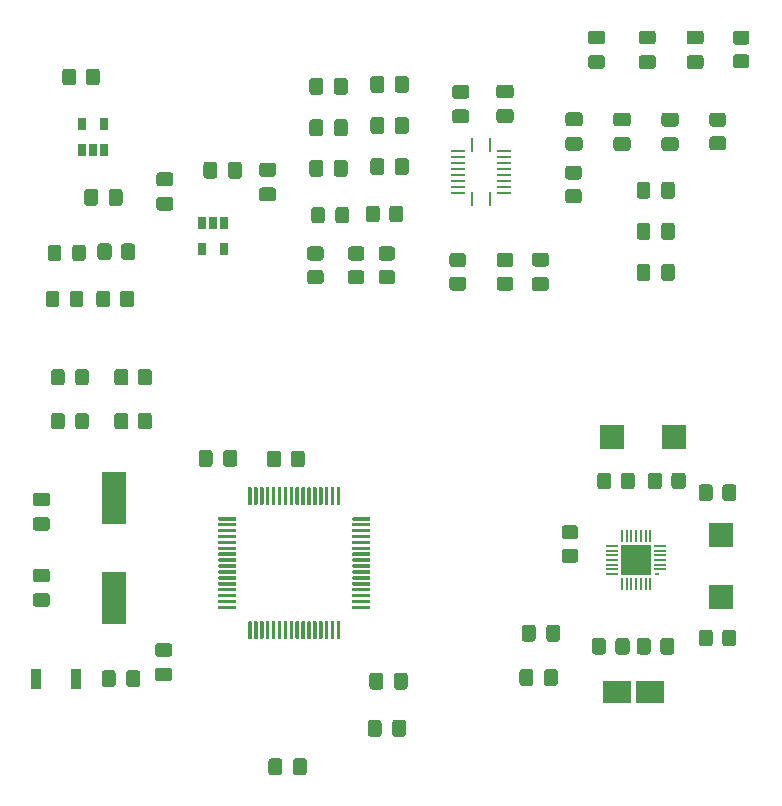
<source format=gbr>
%TF.GenerationSoftware,KiCad,Pcbnew,(5.1.8)-1*%
%TF.CreationDate,2021-02-01T14:36:09-08:00*%
%TF.ProjectId,spl_prototype,73706c5f-7072-46f7-946f-747970652e6b,rev?*%
%TF.SameCoordinates,Original*%
%TF.FileFunction,Paste,Top*%
%TF.FilePolarity,Positive*%
%FSLAX46Y46*%
G04 Gerber Fmt 4.6, Leading zero omitted, Abs format (unit mm)*
G04 Created by KiCad (PCBNEW (5.1.8)-1) date 2021-02-01 14:36:09*
%MOMM*%
%LPD*%
G01*
G04 APERTURE LIST*
%ADD10R,0.650000X1.060000*%
%ADD11R,2.000000X2.000000*%
%ADD12R,0.240000X1.200000*%
%ADD13R,1.200000X0.240000*%
%ADD14R,2.600000X2.600000*%
%ADD15R,1.000000X0.200000*%
%ADD16R,0.200000X1.000000*%
%ADD17R,0.450000X0.200000*%
%ADD18R,0.900000X1.700000*%
%ADD19R,2.000000X4.500000*%
%ADD20R,2.400000X1.950000*%
G04 APERTURE END LIST*
D10*
%TO.C,U8*%
X94550000Y-32100000D03*
X96450000Y-32100000D03*
X96450000Y-34300000D03*
X95500000Y-34300000D03*
X94550000Y-34300000D03*
%TD*%
%TO.C,R22*%
G36*
G01*
X97800000Y-47350001D02*
X97800000Y-46449999D01*
G75*
G02*
X98049999Y-46200000I249999J0D01*
G01*
X98750001Y-46200000D01*
G75*
G02*
X99000000Y-46449999I0J-249999D01*
G01*
X99000000Y-47350001D01*
G75*
G02*
X98750001Y-47600000I-249999J0D01*
G01*
X98049999Y-47600000D01*
G75*
G02*
X97800000Y-47350001I0J249999D01*
G01*
G37*
G36*
G01*
X95800000Y-47350001D02*
X95800000Y-46449999D01*
G75*
G02*
X96049999Y-46200000I249999J0D01*
G01*
X96750001Y-46200000D01*
G75*
G02*
X97000000Y-46449999I0J-249999D01*
G01*
X97000000Y-47350001D01*
G75*
G02*
X96750001Y-47600000I-249999J0D01*
G01*
X96049999Y-47600000D01*
G75*
G02*
X95800000Y-47350001I0J249999D01*
G01*
G37*
%TD*%
%TO.C,R21*%
G36*
G01*
X97900000Y-43350001D02*
X97900000Y-42449999D01*
G75*
G02*
X98149999Y-42200000I249999J0D01*
G01*
X98850001Y-42200000D01*
G75*
G02*
X99100000Y-42449999I0J-249999D01*
G01*
X99100000Y-43350001D01*
G75*
G02*
X98850001Y-43600000I-249999J0D01*
G01*
X98149999Y-43600000D01*
G75*
G02*
X97900000Y-43350001I0J249999D01*
G01*
G37*
G36*
G01*
X95900000Y-43350001D02*
X95900000Y-42449999D01*
G75*
G02*
X96149999Y-42200000I249999J0D01*
G01*
X96850001Y-42200000D01*
G75*
G02*
X97100000Y-42449999I0J-249999D01*
G01*
X97100000Y-43350001D01*
G75*
G02*
X96850001Y-43600000I-249999J0D01*
G01*
X96149999Y-43600000D01*
G75*
G02*
X95900000Y-43350001I0J249999D01*
G01*
G37*
%TD*%
%TO.C,R4*%
G36*
G01*
X94100000Y-27649999D02*
X94100000Y-28550001D01*
G75*
G02*
X93850001Y-28800000I-249999J0D01*
G01*
X93149999Y-28800000D01*
G75*
G02*
X92900000Y-28550001I0J249999D01*
G01*
X92900000Y-27649999D01*
G75*
G02*
X93149999Y-27400000I249999J0D01*
G01*
X93850001Y-27400000D01*
G75*
G02*
X94100000Y-27649999I0J-249999D01*
G01*
G37*
G36*
G01*
X96100000Y-27649999D02*
X96100000Y-28550001D01*
G75*
G02*
X95850001Y-28800000I-249999J0D01*
G01*
X95149999Y-28800000D01*
G75*
G02*
X94900000Y-28550001I0J249999D01*
G01*
X94900000Y-27649999D01*
G75*
G02*
X95149999Y-27400000I249999J0D01*
G01*
X95850001Y-27400000D01*
G75*
G02*
X96100000Y-27649999I0J-249999D01*
G01*
G37*
%TD*%
%TO.C,D5*%
G36*
G01*
X92650000Y-46449999D02*
X92650000Y-47350001D01*
G75*
G02*
X92400001Y-47600000I-249999J0D01*
G01*
X91749999Y-47600000D01*
G75*
G02*
X91500000Y-47350001I0J249999D01*
G01*
X91500000Y-46449999D01*
G75*
G02*
X91749999Y-46200000I249999J0D01*
G01*
X92400001Y-46200000D01*
G75*
G02*
X92650000Y-46449999I0J-249999D01*
G01*
G37*
G36*
G01*
X94700000Y-46449999D02*
X94700000Y-47350001D01*
G75*
G02*
X94450001Y-47600000I-249999J0D01*
G01*
X93799999Y-47600000D01*
G75*
G02*
X93550000Y-47350001I0J249999D01*
G01*
X93550000Y-46449999D01*
G75*
G02*
X93799999Y-46200000I249999J0D01*
G01*
X94450001Y-46200000D01*
G75*
G02*
X94700000Y-46449999I0J-249999D01*
G01*
G37*
%TD*%
%TO.C,D4*%
G36*
G01*
X93750000Y-43450001D02*
X93750000Y-42549999D01*
G75*
G02*
X93999999Y-42300000I249999J0D01*
G01*
X94650001Y-42300000D01*
G75*
G02*
X94900000Y-42549999I0J-249999D01*
G01*
X94900000Y-43450001D01*
G75*
G02*
X94650001Y-43700000I-249999J0D01*
G01*
X93999999Y-43700000D01*
G75*
G02*
X93750000Y-43450001I0J249999D01*
G01*
G37*
G36*
G01*
X91700000Y-43450001D02*
X91700000Y-42549999D01*
G75*
G02*
X91949999Y-42300000I249999J0D01*
G01*
X92600001Y-42300000D01*
G75*
G02*
X92850000Y-42549999I0J-249999D01*
G01*
X92850000Y-43450001D01*
G75*
G02*
X92600001Y-43700000I-249999J0D01*
G01*
X91949999Y-43700000D01*
G75*
G02*
X91700000Y-43450001I0J249999D01*
G01*
G37*
%TD*%
%TO.C,C14*%
G36*
G01*
X110775000Y-36550000D02*
X109825000Y-36550000D01*
G75*
G02*
X109575000Y-36300000I0J250000D01*
G01*
X109575000Y-35625000D01*
G75*
G02*
X109825000Y-35375000I250000J0D01*
G01*
X110775000Y-35375000D01*
G75*
G02*
X111025000Y-35625000I0J-250000D01*
G01*
X111025000Y-36300000D01*
G75*
G02*
X110775000Y-36550000I-250000J0D01*
G01*
G37*
G36*
G01*
X110775000Y-38625000D02*
X109825000Y-38625000D01*
G75*
G02*
X109575000Y-38375000I0J250000D01*
G01*
X109575000Y-37700000D01*
G75*
G02*
X109825000Y-37450000I250000J0D01*
G01*
X110775000Y-37450000D01*
G75*
G02*
X111025000Y-37700000I0J-250000D01*
G01*
X111025000Y-38375000D01*
G75*
G02*
X110775000Y-38625000I-250000J0D01*
G01*
G37*
%TD*%
%TO.C,C13*%
G36*
G01*
X106950000Y-36475000D02*
X106950000Y-35525000D01*
G75*
G02*
X107200000Y-35275000I250000J0D01*
G01*
X107875000Y-35275000D01*
G75*
G02*
X108125000Y-35525000I0J-250000D01*
G01*
X108125000Y-36475000D01*
G75*
G02*
X107875000Y-36725000I-250000J0D01*
G01*
X107200000Y-36725000D01*
G75*
G02*
X106950000Y-36475000I0J250000D01*
G01*
G37*
G36*
G01*
X104875000Y-36475000D02*
X104875000Y-35525000D01*
G75*
G02*
X105125000Y-35275000I250000J0D01*
G01*
X105800000Y-35275000D01*
G75*
G02*
X106050000Y-35525000I0J-250000D01*
G01*
X106050000Y-36475000D01*
G75*
G02*
X105800000Y-36725000I-250000J0D01*
G01*
X105125000Y-36725000D01*
G75*
G02*
X104875000Y-36475000I0J250000D01*
G01*
G37*
%TD*%
%TO.C,C2*%
G36*
G01*
X95950000Y-37825000D02*
X95950000Y-38775000D01*
G75*
G02*
X95700000Y-39025000I-250000J0D01*
G01*
X95025000Y-39025000D01*
G75*
G02*
X94775000Y-38775000I0J250000D01*
G01*
X94775000Y-37825000D01*
G75*
G02*
X95025000Y-37575000I250000J0D01*
G01*
X95700000Y-37575000D01*
G75*
G02*
X95950000Y-37825000I0J-250000D01*
G01*
G37*
G36*
G01*
X98025000Y-37825000D02*
X98025000Y-38775000D01*
G75*
G02*
X97775000Y-39025000I-250000J0D01*
G01*
X97100000Y-39025000D01*
G75*
G02*
X96850000Y-38775000I0J250000D01*
G01*
X96850000Y-37825000D01*
G75*
G02*
X97100000Y-37575000I250000J0D01*
G01*
X97775000Y-37575000D01*
G75*
G02*
X98025000Y-37825000I0J-250000D01*
G01*
G37*
%TD*%
%TO.C,C1*%
G36*
G01*
X102075000Y-37350000D02*
X101125000Y-37350000D01*
G75*
G02*
X100875000Y-37100000I0J250000D01*
G01*
X100875000Y-36425000D01*
G75*
G02*
X101125000Y-36175000I250000J0D01*
G01*
X102075000Y-36175000D01*
G75*
G02*
X102325000Y-36425000I0J-250000D01*
G01*
X102325000Y-37100000D01*
G75*
G02*
X102075000Y-37350000I-250000J0D01*
G01*
G37*
G36*
G01*
X102075000Y-39425000D02*
X101125000Y-39425000D01*
G75*
G02*
X100875000Y-39175000I0J250000D01*
G01*
X100875000Y-38500000D01*
G75*
G02*
X101125000Y-38250000I250000J0D01*
G01*
X102075000Y-38250000D01*
G75*
G02*
X102325000Y-38500000I0J-250000D01*
G01*
X102325000Y-39175000D01*
G75*
G02*
X102075000Y-39425000I-250000J0D01*
G01*
G37*
%TD*%
%TO.C,U2*%
X106650000Y-42700000D03*
X104750000Y-42700000D03*
X104750000Y-40500000D03*
X105700000Y-40500000D03*
X106650000Y-40500000D03*
%TD*%
D11*
%TO.C,U5*%
X148700000Y-72150000D03*
X148700000Y-66850000D03*
%TD*%
%TO.C,U4*%
X139450000Y-58600000D03*
X144750000Y-58600000D03*
%TD*%
D12*
%TO.C,U7*%
X129110000Y-38450000D03*
X127610000Y-38450000D03*
X129110000Y-33850000D03*
X127610000Y-33850000D03*
D13*
X126410000Y-37900000D03*
X130310000Y-37900000D03*
X126410000Y-37400000D03*
X130310000Y-37400000D03*
X126410000Y-36900000D03*
X130310000Y-36900000D03*
X126410000Y-36400000D03*
X130310000Y-36400000D03*
X126410000Y-35900000D03*
X130310000Y-35900000D03*
X126410000Y-35400000D03*
X130310000Y-35400000D03*
X126410000Y-34900000D03*
X130310000Y-34900000D03*
X126410000Y-34400000D03*
X130310000Y-34400000D03*
%TD*%
D14*
%TO.C,U3*%
X141500000Y-69000000D03*
D15*
X139450000Y-70200000D03*
X139450000Y-69800000D03*
X139450000Y-69400000D03*
X139450000Y-69000000D03*
X139450000Y-68600000D03*
X139450000Y-68200000D03*
X139450000Y-67800000D03*
D16*
X140300000Y-66950000D03*
X140700000Y-66950000D03*
X141100000Y-66950000D03*
X141500000Y-66950000D03*
X141900000Y-66950000D03*
X142300000Y-66950000D03*
X142700000Y-66950000D03*
D15*
X143550000Y-67800000D03*
X143550000Y-68200000D03*
X143550000Y-68600000D03*
X143550000Y-69000000D03*
X143550000Y-69400000D03*
X143550000Y-69800000D03*
D17*
X143275000Y-70200000D03*
D16*
X142700000Y-71050000D03*
X142300000Y-71050000D03*
X141900000Y-71050000D03*
X141500000Y-71050000D03*
X141100000Y-71050000D03*
X140700000Y-71050000D03*
X140300000Y-71050000D03*
%TD*%
D18*
%TO.C,SW1*%
X94090000Y-79040000D03*
X90690000Y-79040000D03*
%TD*%
D19*
%TO.C,Y1*%
X97320000Y-72240000D03*
X97320000Y-63740000D03*
%TD*%
D20*
%TO.C,U6*%
X139850000Y-80200000D03*
X142650000Y-80200000D03*
%TD*%
%TO.C,U1*%
G36*
G01*
X108660000Y-64285000D02*
X108660000Y-62885000D01*
G75*
G02*
X108735000Y-62810000I75000J0D01*
G01*
X108885000Y-62810000D01*
G75*
G02*
X108960000Y-62885000I0J-75000D01*
G01*
X108960000Y-64285000D01*
G75*
G02*
X108885000Y-64360000I-75000J0D01*
G01*
X108735000Y-64360000D01*
G75*
G02*
X108660000Y-64285000I0J75000D01*
G01*
G37*
G36*
G01*
X109160000Y-64285000D02*
X109160000Y-62885000D01*
G75*
G02*
X109235000Y-62810000I75000J0D01*
G01*
X109385000Y-62810000D01*
G75*
G02*
X109460000Y-62885000I0J-75000D01*
G01*
X109460000Y-64285000D01*
G75*
G02*
X109385000Y-64360000I-75000J0D01*
G01*
X109235000Y-64360000D01*
G75*
G02*
X109160000Y-64285000I0J75000D01*
G01*
G37*
G36*
G01*
X109660000Y-64285000D02*
X109660000Y-62885000D01*
G75*
G02*
X109735000Y-62810000I75000J0D01*
G01*
X109885000Y-62810000D01*
G75*
G02*
X109960000Y-62885000I0J-75000D01*
G01*
X109960000Y-64285000D01*
G75*
G02*
X109885000Y-64360000I-75000J0D01*
G01*
X109735000Y-64360000D01*
G75*
G02*
X109660000Y-64285000I0J75000D01*
G01*
G37*
G36*
G01*
X110160000Y-64285000D02*
X110160000Y-62885000D01*
G75*
G02*
X110235000Y-62810000I75000J0D01*
G01*
X110385000Y-62810000D01*
G75*
G02*
X110460000Y-62885000I0J-75000D01*
G01*
X110460000Y-64285000D01*
G75*
G02*
X110385000Y-64360000I-75000J0D01*
G01*
X110235000Y-64360000D01*
G75*
G02*
X110160000Y-64285000I0J75000D01*
G01*
G37*
G36*
G01*
X110660000Y-64285000D02*
X110660000Y-62885000D01*
G75*
G02*
X110735000Y-62810000I75000J0D01*
G01*
X110885000Y-62810000D01*
G75*
G02*
X110960000Y-62885000I0J-75000D01*
G01*
X110960000Y-64285000D01*
G75*
G02*
X110885000Y-64360000I-75000J0D01*
G01*
X110735000Y-64360000D01*
G75*
G02*
X110660000Y-64285000I0J75000D01*
G01*
G37*
G36*
G01*
X111160000Y-64285000D02*
X111160000Y-62885000D01*
G75*
G02*
X111235000Y-62810000I75000J0D01*
G01*
X111385000Y-62810000D01*
G75*
G02*
X111460000Y-62885000I0J-75000D01*
G01*
X111460000Y-64285000D01*
G75*
G02*
X111385000Y-64360000I-75000J0D01*
G01*
X111235000Y-64360000D01*
G75*
G02*
X111160000Y-64285000I0J75000D01*
G01*
G37*
G36*
G01*
X111660000Y-64285000D02*
X111660000Y-62885000D01*
G75*
G02*
X111735000Y-62810000I75000J0D01*
G01*
X111885000Y-62810000D01*
G75*
G02*
X111960000Y-62885000I0J-75000D01*
G01*
X111960000Y-64285000D01*
G75*
G02*
X111885000Y-64360000I-75000J0D01*
G01*
X111735000Y-64360000D01*
G75*
G02*
X111660000Y-64285000I0J75000D01*
G01*
G37*
G36*
G01*
X112160000Y-64285000D02*
X112160000Y-62885000D01*
G75*
G02*
X112235000Y-62810000I75000J0D01*
G01*
X112385000Y-62810000D01*
G75*
G02*
X112460000Y-62885000I0J-75000D01*
G01*
X112460000Y-64285000D01*
G75*
G02*
X112385000Y-64360000I-75000J0D01*
G01*
X112235000Y-64360000D01*
G75*
G02*
X112160000Y-64285000I0J75000D01*
G01*
G37*
G36*
G01*
X112660000Y-64285000D02*
X112660000Y-62885000D01*
G75*
G02*
X112735000Y-62810000I75000J0D01*
G01*
X112885000Y-62810000D01*
G75*
G02*
X112960000Y-62885000I0J-75000D01*
G01*
X112960000Y-64285000D01*
G75*
G02*
X112885000Y-64360000I-75000J0D01*
G01*
X112735000Y-64360000D01*
G75*
G02*
X112660000Y-64285000I0J75000D01*
G01*
G37*
G36*
G01*
X113160000Y-64285000D02*
X113160000Y-62885000D01*
G75*
G02*
X113235000Y-62810000I75000J0D01*
G01*
X113385000Y-62810000D01*
G75*
G02*
X113460000Y-62885000I0J-75000D01*
G01*
X113460000Y-64285000D01*
G75*
G02*
X113385000Y-64360000I-75000J0D01*
G01*
X113235000Y-64360000D01*
G75*
G02*
X113160000Y-64285000I0J75000D01*
G01*
G37*
G36*
G01*
X113660000Y-64285000D02*
X113660000Y-62885000D01*
G75*
G02*
X113735000Y-62810000I75000J0D01*
G01*
X113885000Y-62810000D01*
G75*
G02*
X113960000Y-62885000I0J-75000D01*
G01*
X113960000Y-64285000D01*
G75*
G02*
X113885000Y-64360000I-75000J0D01*
G01*
X113735000Y-64360000D01*
G75*
G02*
X113660000Y-64285000I0J75000D01*
G01*
G37*
G36*
G01*
X114160000Y-64285000D02*
X114160000Y-62885000D01*
G75*
G02*
X114235000Y-62810000I75000J0D01*
G01*
X114385000Y-62810000D01*
G75*
G02*
X114460000Y-62885000I0J-75000D01*
G01*
X114460000Y-64285000D01*
G75*
G02*
X114385000Y-64360000I-75000J0D01*
G01*
X114235000Y-64360000D01*
G75*
G02*
X114160000Y-64285000I0J75000D01*
G01*
G37*
G36*
G01*
X114660000Y-64285000D02*
X114660000Y-62885000D01*
G75*
G02*
X114735000Y-62810000I75000J0D01*
G01*
X114885000Y-62810000D01*
G75*
G02*
X114960000Y-62885000I0J-75000D01*
G01*
X114960000Y-64285000D01*
G75*
G02*
X114885000Y-64360000I-75000J0D01*
G01*
X114735000Y-64360000D01*
G75*
G02*
X114660000Y-64285000I0J75000D01*
G01*
G37*
G36*
G01*
X115160000Y-64285000D02*
X115160000Y-62885000D01*
G75*
G02*
X115235000Y-62810000I75000J0D01*
G01*
X115385000Y-62810000D01*
G75*
G02*
X115460000Y-62885000I0J-75000D01*
G01*
X115460000Y-64285000D01*
G75*
G02*
X115385000Y-64360000I-75000J0D01*
G01*
X115235000Y-64360000D01*
G75*
G02*
X115160000Y-64285000I0J75000D01*
G01*
G37*
G36*
G01*
X115660000Y-64285000D02*
X115660000Y-62885000D01*
G75*
G02*
X115735000Y-62810000I75000J0D01*
G01*
X115885000Y-62810000D01*
G75*
G02*
X115960000Y-62885000I0J-75000D01*
G01*
X115960000Y-64285000D01*
G75*
G02*
X115885000Y-64360000I-75000J0D01*
G01*
X115735000Y-64360000D01*
G75*
G02*
X115660000Y-64285000I0J75000D01*
G01*
G37*
G36*
G01*
X116160000Y-64285000D02*
X116160000Y-62885000D01*
G75*
G02*
X116235000Y-62810000I75000J0D01*
G01*
X116385000Y-62810000D01*
G75*
G02*
X116460000Y-62885000I0J-75000D01*
G01*
X116460000Y-64285000D01*
G75*
G02*
X116385000Y-64360000I-75000J0D01*
G01*
X116235000Y-64360000D01*
G75*
G02*
X116160000Y-64285000I0J75000D01*
G01*
G37*
G36*
G01*
X117460000Y-65585000D02*
X117460000Y-65435000D01*
G75*
G02*
X117535000Y-65360000I75000J0D01*
G01*
X118935000Y-65360000D01*
G75*
G02*
X119010000Y-65435000I0J-75000D01*
G01*
X119010000Y-65585000D01*
G75*
G02*
X118935000Y-65660000I-75000J0D01*
G01*
X117535000Y-65660000D01*
G75*
G02*
X117460000Y-65585000I0J75000D01*
G01*
G37*
G36*
G01*
X117460000Y-66085000D02*
X117460000Y-65935000D01*
G75*
G02*
X117535000Y-65860000I75000J0D01*
G01*
X118935000Y-65860000D01*
G75*
G02*
X119010000Y-65935000I0J-75000D01*
G01*
X119010000Y-66085000D01*
G75*
G02*
X118935000Y-66160000I-75000J0D01*
G01*
X117535000Y-66160000D01*
G75*
G02*
X117460000Y-66085000I0J75000D01*
G01*
G37*
G36*
G01*
X117460000Y-66585000D02*
X117460000Y-66435000D01*
G75*
G02*
X117535000Y-66360000I75000J0D01*
G01*
X118935000Y-66360000D01*
G75*
G02*
X119010000Y-66435000I0J-75000D01*
G01*
X119010000Y-66585000D01*
G75*
G02*
X118935000Y-66660000I-75000J0D01*
G01*
X117535000Y-66660000D01*
G75*
G02*
X117460000Y-66585000I0J75000D01*
G01*
G37*
G36*
G01*
X117460000Y-67085000D02*
X117460000Y-66935000D01*
G75*
G02*
X117535000Y-66860000I75000J0D01*
G01*
X118935000Y-66860000D01*
G75*
G02*
X119010000Y-66935000I0J-75000D01*
G01*
X119010000Y-67085000D01*
G75*
G02*
X118935000Y-67160000I-75000J0D01*
G01*
X117535000Y-67160000D01*
G75*
G02*
X117460000Y-67085000I0J75000D01*
G01*
G37*
G36*
G01*
X117460000Y-67585000D02*
X117460000Y-67435000D01*
G75*
G02*
X117535000Y-67360000I75000J0D01*
G01*
X118935000Y-67360000D01*
G75*
G02*
X119010000Y-67435000I0J-75000D01*
G01*
X119010000Y-67585000D01*
G75*
G02*
X118935000Y-67660000I-75000J0D01*
G01*
X117535000Y-67660000D01*
G75*
G02*
X117460000Y-67585000I0J75000D01*
G01*
G37*
G36*
G01*
X117460000Y-68085000D02*
X117460000Y-67935000D01*
G75*
G02*
X117535000Y-67860000I75000J0D01*
G01*
X118935000Y-67860000D01*
G75*
G02*
X119010000Y-67935000I0J-75000D01*
G01*
X119010000Y-68085000D01*
G75*
G02*
X118935000Y-68160000I-75000J0D01*
G01*
X117535000Y-68160000D01*
G75*
G02*
X117460000Y-68085000I0J75000D01*
G01*
G37*
G36*
G01*
X117460000Y-68585000D02*
X117460000Y-68435000D01*
G75*
G02*
X117535000Y-68360000I75000J0D01*
G01*
X118935000Y-68360000D01*
G75*
G02*
X119010000Y-68435000I0J-75000D01*
G01*
X119010000Y-68585000D01*
G75*
G02*
X118935000Y-68660000I-75000J0D01*
G01*
X117535000Y-68660000D01*
G75*
G02*
X117460000Y-68585000I0J75000D01*
G01*
G37*
G36*
G01*
X117460000Y-69085000D02*
X117460000Y-68935000D01*
G75*
G02*
X117535000Y-68860000I75000J0D01*
G01*
X118935000Y-68860000D01*
G75*
G02*
X119010000Y-68935000I0J-75000D01*
G01*
X119010000Y-69085000D01*
G75*
G02*
X118935000Y-69160000I-75000J0D01*
G01*
X117535000Y-69160000D01*
G75*
G02*
X117460000Y-69085000I0J75000D01*
G01*
G37*
G36*
G01*
X117460000Y-69585000D02*
X117460000Y-69435000D01*
G75*
G02*
X117535000Y-69360000I75000J0D01*
G01*
X118935000Y-69360000D01*
G75*
G02*
X119010000Y-69435000I0J-75000D01*
G01*
X119010000Y-69585000D01*
G75*
G02*
X118935000Y-69660000I-75000J0D01*
G01*
X117535000Y-69660000D01*
G75*
G02*
X117460000Y-69585000I0J75000D01*
G01*
G37*
G36*
G01*
X117460000Y-70085000D02*
X117460000Y-69935000D01*
G75*
G02*
X117535000Y-69860000I75000J0D01*
G01*
X118935000Y-69860000D01*
G75*
G02*
X119010000Y-69935000I0J-75000D01*
G01*
X119010000Y-70085000D01*
G75*
G02*
X118935000Y-70160000I-75000J0D01*
G01*
X117535000Y-70160000D01*
G75*
G02*
X117460000Y-70085000I0J75000D01*
G01*
G37*
G36*
G01*
X117460000Y-70585000D02*
X117460000Y-70435000D01*
G75*
G02*
X117535000Y-70360000I75000J0D01*
G01*
X118935000Y-70360000D01*
G75*
G02*
X119010000Y-70435000I0J-75000D01*
G01*
X119010000Y-70585000D01*
G75*
G02*
X118935000Y-70660000I-75000J0D01*
G01*
X117535000Y-70660000D01*
G75*
G02*
X117460000Y-70585000I0J75000D01*
G01*
G37*
G36*
G01*
X117460000Y-71085000D02*
X117460000Y-70935000D01*
G75*
G02*
X117535000Y-70860000I75000J0D01*
G01*
X118935000Y-70860000D01*
G75*
G02*
X119010000Y-70935000I0J-75000D01*
G01*
X119010000Y-71085000D01*
G75*
G02*
X118935000Y-71160000I-75000J0D01*
G01*
X117535000Y-71160000D01*
G75*
G02*
X117460000Y-71085000I0J75000D01*
G01*
G37*
G36*
G01*
X117460000Y-71585000D02*
X117460000Y-71435000D01*
G75*
G02*
X117535000Y-71360000I75000J0D01*
G01*
X118935000Y-71360000D01*
G75*
G02*
X119010000Y-71435000I0J-75000D01*
G01*
X119010000Y-71585000D01*
G75*
G02*
X118935000Y-71660000I-75000J0D01*
G01*
X117535000Y-71660000D01*
G75*
G02*
X117460000Y-71585000I0J75000D01*
G01*
G37*
G36*
G01*
X117460000Y-72085000D02*
X117460000Y-71935000D01*
G75*
G02*
X117535000Y-71860000I75000J0D01*
G01*
X118935000Y-71860000D01*
G75*
G02*
X119010000Y-71935000I0J-75000D01*
G01*
X119010000Y-72085000D01*
G75*
G02*
X118935000Y-72160000I-75000J0D01*
G01*
X117535000Y-72160000D01*
G75*
G02*
X117460000Y-72085000I0J75000D01*
G01*
G37*
G36*
G01*
X117460000Y-72585000D02*
X117460000Y-72435000D01*
G75*
G02*
X117535000Y-72360000I75000J0D01*
G01*
X118935000Y-72360000D01*
G75*
G02*
X119010000Y-72435000I0J-75000D01*
G01*
X119010000Y-72585000D01*
G75*
G02*
X118935000Y-72660000I-75000J0D01*
G01*
X117535000Y-72660000D01*
G75*
G02*
X117460000Y-72585000I0J75000D01*
G01*
G37*
G36*
G01*
X117460000Y-73085000D02*
X117460000Y-72935000D01*
G75*
G02*
X117535000Y-72860000I75000J0D01*
G01*
X118935000Y-72860000D01*
G75*
G02*
X119010000Y-72935000I0J-75000D01*
G01*
X119010000Y-73085000D01*
G75*
G02*
X118935000Y-73160000I-75000J0D01*
G01*
X117535000Y-73160000D01*
G75*
G02*
X117460000Y-73085000I0J75000D01*
G01*
G37*
G36*
G01*
X116160000Y-75635000D02*
X116160000Y-74235000D01*
G75*
G02*
X116235000Y-74160000I75000J0D01*
G01*
X116385000Y-74160000D01*
G75*
G02*
X116460000Y-74235000I0J-75000D01*
G01*
X116460000Y-75635000D01*
G75*
G02*
X116385000Y-75710000I-75000J0D01*
G01*
X116235000Y-75710000D01*
G75*
G02*
X116160000Y-75635000I0J75000D01*
G01*
G37*
G36*
G01*
X115660000Y-75635000D02*
X115660000Y-74235000D01*
G75*
G02*
X115735000Y-74160000I75000J0D01*
G01*
X115885000Y-74160000D01*
G75*
G02*
X115960000Y-74235000I0J-75000D01*
G01*
X115960000Y-75635000D01*
G75*
G02*
X115885000Y-75710000I-75000J0D01*
G01*
X115735000Y-75710000D01*
G75*
G02*
X115660000Y-75635000I0J75000D01*
G01*
G37*
G36*
G01*
X115160000Y-75635000D02*
X115160000Y-74235000D01*
G75*
G02*
X115235000Y-74160000I75000J0D01*
G01*
X115385000Y-74160000D01*
G75*
G02*
X115460000Y-74235000I0J-75000D01*
G01*
X115460000Y-75635000D01*
G75*
G02*
X115385000Y-75710000I-75000J0D01*
G01*
X115235000Y-75710000D01*
G75*
G02*
X115160000Y-75635000I0J75000D01*
G01*
G37*
G36*
G01*
X114660000Y-75635000D02*
X114660000Y-74235000D01*
G75*
G02*
X114735000Y-74160000I75000J0D01*
G01*
X114885000Y-74160000D01*
G75*
G02*
X114960000Y-74235000I0J-75000D01*
G01*
X114960000Y-75635000D01*
G75*
G02*
X114885000Y-75710000I-75000J0D01*
G01*
X114735000Y-75710000D01*
G75*
G02*
X114660000Y-75635000I0J75000D01*
G01*
G37*
G36*
G01*
X114160000Y-75635000D02*
X114160000Y-74235000D01*
G75*
G02*
X114235000Y-74160000I75000J0D01*
G01*
X114385000Y-74160000D01*
G75*
G02*
X114460000Y-74235000I0J-75000D01*
G01*
X114460000Y-75635000D01*
G75*
G02*
X114385000Y-75710000I-75000J0D01*
G01*
X114235000Y-75710000D01*
G75*
G02*
X114160000Y-75635000I0J75000D01*
G01*
G37*
G36*
G01*
X113660000Y-75635000D02*
X113660000Y-74235000D01*
G75*
G02*
X113735000Y-74160000I75000J0D01*
G01*
X113885000Y-74160000D01*
G75*
G02*
X113960000Y-74235000I0J-75000D01*
G01*
X113960000Y-75635000D01*
G75*
G02*
X113885000Y-75710000I-75000J0D01*
G01*
X113735000Y-75710000D01*
G75*
G02*
X113660000Y-75635000I0J75000D01*
G01*
G37*
G36*
G01*
X113160000Y-75635000D02*
X113160000Y-74235000D01*
G75*
G02*
X113235000Y-74160000I75000J0D01*
G01*
X113385000Y-74160000D01*
G75*
G02*
X113460000Y-74235000I0J-75000D01*
G01*
X113460000Y-75635000D01*
G75*
G02*
X113385000Y-75710000I-75000J0D01*
G01*
X113235000Y-75710000D01*
G75*
G02*
X113160000Y-75635000I0J75000D01*
G01*
G37*
G36*
G01*
X112660000Y-75635000D02*
X112660000Y-74235000D01*
G75*
G02*
X112735000Y-74160000I75000J0D01*
G01*
X112885000Y-74160000D01*
G75*
G02*
X112960000Y-74235000I0J-75000D01*
G01*
X112960000Y-75635000D01*
G75*
G02*
X112885000Y-75710000I-75000J0D01*
G01*
X112735000Y-75710000D01*
G75*
G02*
X112660000Y-75635000I0J75000D01*
G01*
G37*
G36*
G01*
X112160000Y-75635000D02*
X112160000Y-74235000D01*
G75*
G02*
X112235000Y-74160000I75000J0D01*
G01*
X112385000Y-74160000D01*
G75*
G02*
X112460000Y-74235000I0J-75000D01*
G01*
X112460000Y-75635000D01*
G75*
G02*
X112385000Y-75710000I-75000J0D01*
G01*
X112235000Y-75710000D01*
G75*
G02*
X112160000Y-75635000I0J75000D01*
G01*
G37*
G36*
G01*
X111660000Y-75635000D02*
X111660000Y-74235000D01*
G75*
G02*
X111735000Y-74160000I75000J0D01*
G01*
X111885000Y-74160000D01*
G75*
G02*
X111960000Y-74235000I0J-75000D01*
G01*
X111960000Y-75635000D01*
G75*
G02*
X111885000Y-75710000I-75000J0D01*
G01*
X111735000Y-75710000D01*
G75*
G02*
X111660000Y-75635000I0J75000D01*
G01*
G37*
G36*
G01*
X111160000Y-75635000D02*
X111160000Y-74235000D01*
G75*
G02*
X111235000Y-74160000I75000J0D01*
G01*
X111385000Y-74160000D01*
G75*
G02*
X111460000Y-74235000I0J-75000D01*
G01*
X111460000Y-75635000D01*
G75*
G02*
X111385000Y-75710000I-75000J0D01*
G01*
X111235000Y-75710000D01*
G75*
G02*
X111160000Y-75635000I0J75000D01*
G01*
G37*
G36*
G01*
X110660000Y-75635000D02*
X110660000Y-74235000D01*
G75*
G02*
X110735000Y-74160000I75000J0D01*
G01*
X110885000Y-74160000D01*
G75*
G02*
X110960000Y-74235000I0J-75000D01*
G01*
X110960000Y-75635000D01*
G75*
G02*
X110885000Y-75710000I-75000J0D01*
G01*
X110735000Y-75710000D01*
G75*
G02*
X110660000Y-75635000I0J75000D01*
G01*
G37*
G36*
G01*
X110160000Y-75635000D02*
X110160000Y-74235000D01*
G75*
G02*
X110235000Y-74160000I75000J0D01*
G01*
X110385000Y-74160000D01*
G75*
G02*
X110460000Y-74235000I0J-75000D01*
G01*
X110460000Y-75635000D01*
G75*
G02*
X110385000Y-75710000I-75000J0D01*
G01*
X110235000Y-75710000D01*
G75*
G02*
X110160000Y-75635000I0J75000D01*
G01*
G37*
G36*
G01*
X109660000Y-75635000D02*
X109660000Y-74235000D01*
G75*
G02*
X109735000Y-74160000I75000J0D01*
G01*
X109885000Y-74160000D01*
G75*
G02*
X109960000Y-74235000I0J-75000D01*
G01*
X109960000Y-75635000D01*
G75*
G02*
X109885000Y-75710000I-75000J0D01*
G01*
X109735000Y-75710000D01*
G75*
G02*
X109660000Y-75635000I0J75000D01*
G01*
G37*
G36*
G01*
X109160000Y-75635000D02*
X109160000Y-74235000D01*
G75*
G02*
X109235000Y-74160000I75000J0D01*
G01*
X109385000Y-74160000D01*
G75*
G02*
X109460000Y-74235000I0J-75000D01*
G01*
X109460000Y-75635000D01*
G75*
G02*
X109385000Y-75710000I-75000J0D01*
G01*
X109235000Y-75710000D01*
G75*
G02*
X109160000Y-75635000I0J75000D01*
G01*
G37*
G36*
G01*
X108660000Y-75635000D02*
X108660000Y-74235000D01*
G75*
G02*
X108735000Y-74160000I75000J0D01*
G01*
X108885000Y-74160000D01*
G75*
G02*
X108960000Y-74235000I0J-75000D01*
G01*
X108960000Y-75635000D01*
G75*
G02*
X108885000Y-75710000I-75000J0D01*
G01*
X108735000Y-75710000D01*
G75*
G02*
X108660000Y-75635000I0J75000D01*
G01*
G37*
G36*
G01*
X106110000Y-73085000D02*
X106110000Y-72935000D01*
G75*
G02*
X106185000Y-72860000I75000J0D01*
G01*
X107585000Y-72860000D01*
G75*
G02*
X107660000Y-72935000I0J-75000D01*
G01*
X107660000Y-73085000D01*
G75*
G02*
X107585000Y-73160000I-75000J0D01*
G01*
X106185000Y-73160000D01*
G75*
G02*
X106110000Y-73085000I0J75000D01*
G01*
G37*
G36*
G01*
X106110000Y-72585000D02*
X106110000Y-72435000D01*
G75*
G02*
X106185000Y-72360000I75000J0D01*
G01*
X107585000Y-72360000D01*
G75*
G02*
X107660000Y-72435000I0J-75000D01*
G01*
X107660000Y-72585000D01*
G75*
G02*
X107585000Y-72660000I-75000J0D01*
G01*
X106185000Y-72660000D01*
G75*
G02*
X106110000Y-72585000I0J75000D01*
G01*
G37*
G36*
G01*
X106110000Y-72085000D02*
X106110000Y-71935000D01*
G75*
G02*
X106185000Y-71860000I75000J0D01*
G01*
X107585000Y-71860000D01*
G75*
G02*
X107660000Y-71935000I0J-75000D01*
G01*
X107660000Y-72085000D01*
G75*
G02*
X107585000Y-72160000I-75000J0D01*
G01*
X106185000Y-72160000D01*
G75*
G02*
X106110000Y-72085000I0J75000D01*
G01*
G37*
G36*
G01*
X106110000Y-71585000D02*
X106110000Y-71435000D01*
G75*
G02*
X106185000Y-71360000I75000J0D01*
G01*
X107585000Y-71360000D01*
G75*
G02*
X107660000Y-71435000I0J-75000D01*
G01*
X107660000Y-71585000D01*
G75*
G02*
X107585000Y-71660000I-75000J0D01*
G01*
X106185000Y-71660000D01*
G75*
G02*
X106110000Y-71585000I0J75000D01*
G01*
G37*
G36*
G01*
X106110000Y-71085000D02*
X106110000Y-70935000D01*
G75*
G02*
X106185000Y-70860000I75000J0D01*
G01*
X107585000Y-70860000D01*
G75*
G02*
X107660000Y-70935000I0J-75000D01*
G01*
X107660000Y-71085000D01*
G75*
G02*
X107585000Y-71160000I-75000J0D01*
G01*
X106185000Y-71160000D01*
G75*
G02*
X106110000Y-71085000I0J75000D01*
G01*
G37*
G36*
G01*
X106110000Y-70585000D02*
X106110000Y-70435000D01*
G75*
G02*
X106185000Y-70360000I75000J0D01*
G01*
X107585000Y-70360000D01*
G75*
G02*
X107660000Y-70435000I0J-75000D01*
G01*
X107660000Y-70585000D01*
G75*
G02*
X107585000Y-70660000I-75000J0D01*
G01*
X106185000Y-70660000D01*
G75*
G02*
X106110000Y-70585000I0J75000D01*
G01*
G37*
G36*
G01*
X106110000Y-70085000D02*
X106110000Y-69935000D01*
G75*
G02*
X106185000Y-69860000I75000J0D01*
G01*
X107585000Y-69860000D01*
G75*
G02*
X107660000Y-69935000I0J-75000D01*
G01*
X107660000Y-70085000D01*
G75*
G02*
X107585000Y-70160000I-75000J0D01*
G01*
X106185000Y-70160000D01*
G75*
G02*
X106110000Y-70085000I0J75000D01*
G01*
G37*
G36*
G01*
X106110000Y-69585000D02*
X106110000Y-69435000D01*
G75*
G02*
X106185000Y-69360000I75000J0D01*
G01*
X107585000Y-69360000D01*
G75*
G02*
X107660000Y-69435000I0J-75000D01*
G01*
X107660000Y-69585000D01*
G75*
G02*
X107585000Y-69660000I-75000J0D01*
G01*
X106185000Y-69660000D01*
G75*
G02*
X106110000Y-69585000I0J75000D01*
G01*
G37*
G36*
G01*
X106110000Y-69085000D02*
X106110000Y-68935000D01*
G75*
G02*
X106185000Y-68860000I75000J0D01*
G01*
X107585000Y-68860000D01*
G75*
G02*
X107660000Y-68935000I0J-75000D01*
G01*
X107660000Y-69085000D01*
G75*
G02*
X107585000Y-69160000I-75000J0D01*
G01*
X106185000Y-69160000D01*
G75*
G02*
X106110000Y-69085000I0J75000D01*
G01*
G37*
G36*
G01*
X106110000Y-68585000D02*
X106110000Y-68435000D01*
G75*
G02*
X106185000Y-68360000I75000J0D01*
G01*
X107585000Y-68360000D01*
G75*
G02*
X107660000Y-68435000I0J-75000D01*
G01*
X107660000Y-68585000D01*
G75*
G02*
X107585000Y-68660000I-75000J0D01*
G01*
X106185000Y-68660000D01*
G75*
G02*
X106110000Y-68585000I0J75000D01*
G01*
G37*
G36*
G01*
X106110000Y-68085000D02*
X106110000Y-67935000D01*
G75*
G02*
X106185000Y-67860000I75000J0D01*
G01*
X107585000Y-67860000D01*
G75*
G02*
X107660000Y-67935000I0J-75000D01*
G01*
X107660000Y-68085000D01*
G75*
G02*
X107585000Y-68160000I-75000J0D01*
G01*
X106185000Y-68160000D01*
G75*
G02*
X106110000Y-68085000I0J75000D01*
G01*
G37*
G36*
G01*
X106110000Y-67585000D02*
X106110000Y-67435000D01*
G75*
G02*
X106185000Y-67360000I75000J0D01*
G01*
X107585000Y-67360000D01*
G75*
G02*
X107660000Y-67435000I0J-75000D01*
G01*
X107660000Y-67585000D01*
G75*
G02*
X107585000Y-67660000I-75000J0D01*
G01*
X106185000Y-67660000D01*
G75*
G02*
X106110000Y-67585000I0J75000D01*
G01*
G37*
G36*
G01*
X106110000Y-67085000D02*
X106110000Y-66935000D01*
G75*
G02*
X106185000Y-66860000I75000J0D01*
G01*
X107585000Y-66860000D01*
G75*
G02*
X107660000Y-66935000I0J-75000D01*
G01*
X107660000Y-67085000D01*
G75*
G02*
X107585000Y-67160000I-75000J0D01*
G01*
X106185000Y-67160000D01*
G75*
G02*
X106110000Y-67085000I0J75000D01*
G01*
G37*
G36*
G01*
X106110000Y-66585000D02*
X106110000Y-66435000D01*
G75*
G02*
X106185000Y-66360000I75000J0D01*
G01*
X107585000Y-66360000D01*
G75*
G02*
X107660000Y-66435000I0J-75000D01*
G01*
X107660000Y-66585000D01*
G75*
G02*
X107585000Y-66660000I-75000J0D01*
G01*
X106185000Y-66660000D01*
G75*
G02*
X106110000Y-66585000I0J75000D01*
G01*
G37*
G36*
G01*
X106110000Y-66085000D02*
X106110000Y-65935000D01*
G75*
G02*
X106185000Y-65860000I75000J0D01*
G01*
X107585000Y-65860000D01*
G75*
G02*
X107660000Y-65935000I0J-75000D01*
G01*
X107660000Y-66085000D01*
G75*
G02*
X107585000Y-66160000I-75000J0D01*
G01*
X106185000Y-66160000D01*
G75*
G02*
X106110000Y-66085000I0J75000D01*
G01*
G37*
G36*
G01*
X106110000Y-65585000D02*
X106110000Y-65435000D01*
G75*
G02*
X106185000Y-65360000I75000J0D01*
G01*
X107585000Y-65360000D01*
G75*
G02*
X107660000Y-65435000I0J-75000D01*
G01*
X107660000Y-65585000D01*
G75*
G02*
X107585000Y-65660000I-75000J0D01*
G01*
X106185000Y-65660000D01*
G75*
G02*
X106110000Y-65585000I0J75000D01*
G01*
G37*
%TD*%
%TO.C,R20*%
G36*
G01*
X119800000Y-39249999D02*
X119800000Y-40150001D01*
G75*
G02*
X119550001Y-40400000I-249999J0D01*
G01*
X118849999Y-40400000D01*
G75*
G02*
X118600000Y-40150001I0J249999D01*
G01*
X118600000Y-39249999D01*
G75*
G02*
X118849999Y-39000000I249999J0D01*
G01*
X119550001Y-39000000D01*
G75*
G02*
X119800000Y-39249999I0J-249999D01*
G01*
G37*
G36*
G01*
X121800000Y-39249999D02*
X121800000Y-40150001D01*
G75*
G02*
X121550001Y-40400000I-249999J0D01*
G01*
X120849999Y-40400000D01*
G75*
G02*
X120600000Y-40150001I0J249999D01*
G01*
X120600000Y-39249999D01*
G75*
G02*
X120849999Y-39000000I249999J0D01*
G01*
X121550001Y-39000000D01*
G75*
G02*
X121800000Y-39249999I0J-249999D01*
G01*
G37*
%TD*%
%TO.C,R19*%
G36*
G01*
X147959999Y-33120000D02*
X148860001Y-33120000D01*
G75*
G02*
X149110000Y-33369999I0J-249999D01*
G01*
X149110000Y-34070001D01*
G75*
G02*
X148860001Y-34320000I-249999J0D01*
G01*
X147959999Y-34320000D01*
G75*
G02*
X147710000Y-34070001I0J249999D01*
G01*
X147710000Y-33369999D01*
G75*
G02*
X147959999Y-33120000I249999J0D01*
G01*
G37*
G36*
G01*
X147959999Y-31120000D02*
X148860001Y-31120000D01*
G75*
G02*
X149110000Y-31369999I0J-249999D01*
G01*
X149110000Y-32070001D01*
G75*
G02*
X148860001Y-32320000I-249999J0D01*
G01*
X147959999Y-32320000D01*
G75*
G02*
X147710000Y-32070001I0J249999D01*
G01*
X147710000Y-31369999D01*
G75*
G02*
X147959999Y-31120000I249999J0D01*
G01*
G37*
%TD*%
%TO.C,R18*%
G36*
G01*
X114800001Y-43650000D02*
X113899999Y-43650000D01*
G75*
G02*
X113650000Y-43400001I0J249999D01*
G01*
X113650000Y-42699999D01*
G75*
G02*
X113899999Y-42450000I249999J0D01*
G01*
X114800001Y-42450000D01*
G75*
G02*
X115050000Y-42699999I0J-249999D01*
G01*
X115050000Y-43400001D01*
G75*
G02*
X114800001Y-43650000I-249999J0D01*
G01*
G37*
G36*
G01*
X114800001Y-45650000D02*
X113899999Y-45650000D01*
G75*
G02*
X113650000Y-45400001I0J249999D01*
G01*
X113650000Y-44699999D01*
G75*
G02*
X113899999Y-44450000I249999J0D01*
G01*
X114800001Y-44450000D01*
G75*
G02*
X115050000Y-44699999I0J-249999D01*
G01*
X115050000Y-45400001D01*
G75*
G02*
X114800001Y-45650000I-249999J0D01*
G01*
G37*
%TD*%
%TO.C,R17*%
G36*
G01*
X119949999Y-44450000D02*
X120850001Y-44450000D01*
G75*
G02*
X121100000Y-44699999I0J-249999D01*
G01*
X121100000Y-45400001D01*
G75*
G02*
X120850001Y-45650000I-249999J0D01*
G01*
X119949999Y-45650000D01*
G75*
G02*
X119700000Y-45400001I0J249999D01*
G01*
X119700000Y-44699999D01*
G75*
G02*
X119949999Y-44450000I249999J0D01*
G01*
G37*
G36*
G01*
X119949999Y-42450000D02*
X120850001Y-42450000D01*
G75*
G02*
X121100000Y-42699999I0J-249999D01*
G01*
X121100000Y-43400001D01*
G75*
G02*
X120850001Y-43650000I-249999J0D01*
G01*
X119949999Y-43650000D01*
G75*
G02*
X119700000Y-43400001I0J249999D01*
G01*
X119700000Y-42699999D01*
G75*
G02*
X119949999Y-42450000I249999J0D01*
G01*
G37*
%TD*%
%TO.C,R16*%
G36*
G01*
X118250001Y-43650000D02*
X117349999Y-43650000D01*
G75*
G02*
X117100000Y-43400001I0J249999D01*
G01*
X117100000Y-42699999D01*
G75*
G02*
X117349999Y-42450000I249999J0D01*
G01*
X118250001Y-42450000D01*
G75*
G02*
X118500000Y-42699999I0J-249999D01*
G01*
X118500000Y-43400001D01*
G75*
G02*
X118250001Y-43650000I-249999J0D01*
G01*
G37*
G36*
G01*
X118250001Y-45650000D02*
X117349999Y-45650000D01*
G75*
G02*
X117100000Y-45400001I0J249999D01*
G01*
X117100000Y-44699999D01*
G75*
G02*
X117349999Y-44450000I249999J0D01*
G01*
X118250001Y-44450000D01*
G75*
G02*
X118500000Y-44699999I0J-249999D01*
G01*
X118500000Y-45400001D01*
G75*
G02*
X118250001Y-45650000I-249999J0D01*
G01*
G37*
%TD*%
%TO.C,R15*%
G36*
G01*
X150850001Y-25370000D02*
X149949999Y-25370000D01*
G75*
G02*
X149700000Y-25120001I0J249999D01*
G01*
X149700000Y-24419999D01*
G75*
G02*
X149949999Y-24170000I249999J0D01*
G01*
X150850001Y-24170000D01*
G75*
G02*
X151100000Y-24419999I0J-249999D01*
G01*
X151100000Y-25120001D01*
G75*
G02*
X150850001Y-25370000I-249999J0D01*
G01*
G37*
G36*
G01*
X150850001Y-27370000D02*
X149949999Y-27370000D01*
G75*
G02*
X149700000Y-27120001I0J249999D01*
G01*
X149700000Y-26419999D01*
G75*
G02*
X149949999Y-26170000I249999J0D01*
G01*
X150850001Y-26170000D01*
G75*
G02*
X151100000Y-26419999I0J-249999D01*
G01*
X151100000Y-27120001D01*
G75*
G02*
X150850001Y-27370000I-249999J0D01*
G01*
G37*
%TD*%
%TO.C,R14*%
G36*
G01*
X125949999Y-45000000D02*
X126850001Y-45000000D01*
G75*
G02*
X127100000Y-45249999I0J-249999D01*
G01*
X127100000Y-45950001D01*
G75*
G02*
X126850001Y-46200000I-249999J0D01*
G01*
X125949999Y-46200000D01*
G75*
G02*
X125700000Y-45950001I0J249999D01*
G01*
X125700000Y-45249999D01*
G75*
G02*
X125949999Y-45000000I249999J0D01*
G01*
G37*
G36*
G01*
X125949999Y-43000000D02*
X126850001Y-43000000D01*
G75*
G02*
X127100000Y-43249999I0J-249999D01*
G01*
X127100000Y-43950001D01*
G75*
G02*
X126850001Y-44200000I-249999J0D01*
G01*
X125949999Y-44200000D01*
G75*
G02*
X125700000Y-43950001I0J249999D01*
G01*
X125700000Y-43249999D01*
G75*
G02*
X125949999Y-43000000I249999J0D01*
G01*
G37*
%TD*%
%TO.C,R13*%
G36*
G01*
X130850001Y-44200000D02*
X129949999Y-44200000D01*
G75*
G02*
X129700000Y-43950001I0J249999D01*
G01*
X129700000Y-43249999D01*
G75*
G02*
X129949999Y-43000000I249999J0D01*
G01*
X130850001Y-43000000D01*
G75*
G02*
X131100000Y-43249999I0J-249999D01*
G01*
X131100000Y-43950001D01*
G75*
G02*
X130850001Y-44200000I-249999J0D01*
G01*
G37*
G36*
G01*
X130850001Y-46200000D02*
X129949999Y-46200000D01*
G75*
G02*
X129700000Y-45950001I0J249999D01*
G01*
X129700000Y-45249999D01*
G75*
G02*
X129949999Y-45000000I249999J0D01*
G01*
X130850001Y-45000000D01*
G75*
G02*
X131100000Y-45249999I0J-249999D01*
G01*
X131100000Y-45950001D01*
G75*
G02*
X130850001Y-46200000I-249999J0D01*
G01*
G37*
%TD*%
%TO.C,R12*%
G36*
G01*
X135749999Y-37600000D02*
X136650001Y-37600000D01*
G75*
G02*
X136900000Y-37849999I0J-249999D01*
G01*
X136900000Y-38550001D01*
G75*
G02*
X136650001Y-38800000I-249999J0D01*
G01*
X135749999Y-38800000D01*
G75*
G02*
X135500000Y-38550001I0J249999D01*
G01*
X135500000Y-37849999D01*
G75*
G02*
X135749999Y-37600000I249999J0D01*
G01*
G37*
G36*
G01*
X135749999Y-35600000D02*
X136650001Y-35600000D01*
G75*
G02*
X136900000Y-35849999I0J-249999D01*
G01*
X136900000Y-36550001D01*
G75*
G02*
X136650001Y-36800000I-249999J0D01*
G01*
X135749999Y-36800000D01*
G75*
G02*
X135500000Y-36550001I0J249999D01*
G01*
X135500000Y-35849999D01*
G75*
G02*
X135749999Y-35600000I249999J0D01*
G01*
G37*
%TD*%
%TO.C,R11*%
G36*
G01*
X143550000Y-76750001D02*
X143550000Y-75849999D01*
G75*
G02*
X143799999Y-75600000I249999J0D01*
G01*
X144500001Y-75600000D01*
G75*
G02*
X144750000Y-75849999I0J-249999D01*
G01*
X144750000Y-76750001D01*
G75*
G02*
X144500001Y-77000000I-249999J0D01*
G01*
X143799999Y-77000000D01*
G75*
G02*
X143550000Y-76750001I0J249999D01*
G01*
G37*
G36*
G01*
X141550000Y-76750001D02*
X141550000Y-75849999D01*
G75*
G02*
X141799999Y-75600000I249999J0D01*
G01*
X142500001Y-75600000D01*
G75*
G02*
X142750000Y-75849999I0J-249999D01*
G01*
X142750000Y-76750001D01*
G75*
G02*
X142500001Y-77000000I-249999J0D01*
G01*
X141799999Y-77000000D01*
G75*
G02*
X141550000Y-76750001I0J249999D01*
G01*
G37*
%TD*%
%TO.C,R10*%
G36*
G01*
X138950000Y-75849999D02*
X138950000Y-76750001D01*
G75*
G02*
X138700001Y-77000000I-249999J0D01*
G01*
X137999999Y-77000000D01*
G75*
G02*
X137750000Y-76750001I0J249999D01*
G01*
X137750000Y-75849999D01*
G75*
G02*
X137999999Y-75600000I249999J0D01*
G01*
X138700001Y-75600000D01*
G75*
G02*
X138950000Y-75849999I0J-249999D01*
G01*
G37*
G36*
G01*
X140950000Y-75849999D02*
X140950000Y-76750001D01*
G75*
G02*
X140700001Y-77000000I-249999J0D01*
G01*
X139999999Y-77000000D01*
G75*
G02*
X139750000Y-76750001I0J249999D01*
G01*
X139750000Y-75849999D01*
G75*
G02*
X139999999Y-75600000I249999J0D01*
G01*
X140700001Y-75600000D01*
G75*
G02*
X140950000Y-75849999I0J-249999D01*
G01*
G37*
%TD*%
%TO.C,R9*%
G36*
G01*
X148000000Y-62849999D02*
X148000000Y-63750001D01*
G75*
G02*
X147750001Y-64000000I-249999J0D01*
G01*
X147049999Y-64000000D01*
G75*
G02*
X146800000Y-63750001I0J249999D01*
G01*
X146800000Y-62849999D01*
G75*
G02*
X147049999Y-62600000I249999J0D01*
G01*
X147750001Y-62600000D01*
G75*
G02*
X148000000Y-62849999I0J-249999D01*
G01*
G37*
G36*
G01*
X150000000Y-62849999D02*
X150000000Y-63750001D01*
G75*
G02*
X149750001Y-64000000I-249999J0D01*
G01*
X149049999Y-64000000D01*
G75*
G02*
X148800000Y-63750001I0J249999D01*
G01*
X148800000Y-62849999D01*
G75*
G02*
X149049999Y-62600000I249999J0D01*
G01*
X149750001Y-62600000D01*
G75*
G02*
X150000000Y-62849999I0J-249999D01*
G01*
G37*
%TD*%
%TO.C,R8*%
G36*
G01*
X148000000Y-75149999D02*
X148000000Y-76050001D01*
G75*
G02*
X147750001Y-76300000I-249999J0D01*
G01*
X147049999Y-76300000D01*
G75*
G02*
X146800000Y-76050001I0J249999D01*
G01*
X146800000Y-75149999D01*
G75*
G02*
X147049999Y-74900000I249999J0D01*
G01*
X147750001Y-74900000D01*
G75*
G02*
X148000000Y-75149999I0J-249999D01*
G01*
G37*
G36*
G01*
X150000000Y-75149999D02*
X150000000Y-76050001D01*
G75*
G02*
X149750001Y-76300000I-249999J0D01*
G01*
X149049999Y-76300000D01*
G75*
G02*
X148800000Y-76050001I0J249999D01*
G01*
X148800000Y-75149999D01*
G75*
G02*
X149049999Y-74900000I249999J0D01*
G01*
X149750001Y-74900000D01*
G75*
G02*
X150000000Y-75149999I0J-249999D01*
G01*
G37*
%TD*%
%TO.C,R7*%
G36*
G01*
X139400000Y-61849999D02*
X139400000Y-62750001D01*
G75*
G02*
X139150001Y-63000000I-249999J0D01*
G01*
X138449999Y-63000000D01*
G75*
G02*
X138200000Y-62750001I0J249999D01*
G01*
X138200000Y-61849999D01*
G75*
G02*
X138449999Y-61600000I249999J0D01*
G01*
X139150001Y-61600000D01*
G75*
G02*
X139400000Y-61849999I0J-249999D01*
G01*
G37*
G36*
G01*
X141400000Y-61849999D02*
X141400000Y-62750001D01*
G75*
G02*
X141150001Y-63000000I-249999J0D01*
G01*
X140449999Y-63000000D01*
G75*
G02*
X140200000Y-62750001I0J249999D01*
G01*
X140200000Y-61849999D01*
G75*
G02*
X140449999Y-61600000I249999J0D01*
G01*
X141150001Y-61600000D01*
G75*
G02*
X141400000Y-61849999I0J-249999D01*
G01*
G37*
%TD*%
%TO.C,R6*%
G36*
G01*
X144500000Y-62750001D02*
X144500000Y-61849999D01*
G75*
G02*
X144749999Y-61600000I249999J0D01*
G01*
X145450001Y-61600000D01*
G75*
G02*
X145700000Y-61849999I0J-249999D01*
G01*
X145700000Y-62750001D01*
G75*
G02*
X145450001Y-63000000I-249999J0D01*
G01*
X144749999Y-63000000D01*
G75*
G02*
X144500000Y-62750001I0J249999D01*
G01*
G37*
G36*
G01*
X142500000Y-62750001D02*
X142500000Y-61849999D01*
G75*
G02*
X142749999Y-61600000I249999J0D01*
G01*
X143450001Y-61600000D01*
G75*
G02*
X143700000Y-61849999I0J-249999D01*
G01*
X143700000Y-62750001D01*
G75*
G02*
X143450001Y-63000000I-249999J0D01*
G01*
X142749999Y-63000000D01*
G75*
G02*
X142500000Y-62750001I0J249999D01*
G01*
G37*
%TD*%
%TO.C,R5*%
G36*
G01*
X136350001Y-67250000D02*
X135449999Y-67250000D01*
G75*
G02*
X135200000Y-67000001I0J249999D01*
G01*
X135200000Y-66299999D01*
G75*
G02*
X135449999Y-66050000I249999J0D01*
G01*
X136350001Y-66050000D01*
G75*
G02*
X136600000Y-66299999I0J-249999D01*
G01*
X136600000Y-67000001D01*
G75*
G02*
X136350001Y-67250000I-249999J0D01*
G01*
G37*
G36*
G01*
X136350001Y-69250000D02*
X135449999Y-69250000D01*
G75*
G02*
X135200000Y-69000001I0J249999D01*
G01*
X135200000Y-68299999D01*
G75*
G02*
X135449999Y-68050000I249999J0D01*
G01*
X136350001Y-68050000D01*
G75*
G02*
X136600000Y-68299999I0J-249999D01*
G01*
X136600000Y-69000001D01*
G75*
G02*
X136350001Y-69250000I-249999J0D01*
G01*
G37*
%TD*%
%TO.C,R3*%
G36*
G01*
X112250000Y-60900001D02*
X112250000Y-59999999D01*
G75*
G02*
X112499999Y-59750000I249999J0D01*
G01*
X113200001Y-59750000D01*
G75*
G02*
X113450000Y-59999999I0J-249999D01*
G01*
X113450000Y-60900001D01*
G75*
G02*
X113200001Y-61150000I-249999J0D01*
G01*
X112499999Y-61150000D01*
G75*
G02*
X112250000Y-60900001I0J249999D01*
G01*
G37*
G36*
G01*
X110250000Y-60900001D02*
X110250000Y-59999999D01*
G75*
G02*
X110499999Y-59750000I249999J0D01*
G01*
X111200001Y-59750000D01*
G75*
G02*
X111450000Y-59999999I0J-249999D01*
G01*
X111450000Y-60900001D01*
G75*
G02*
X111200001Y-61150000I-249999J0D01*
G01*
X110499999Y-61150000D01*
G75*
G02*
X110250000Y-60900001I0J249999D01*
G01*
G37*
%TD*%
%TO.C,R2*%
G36*
G01*
X99320000Y-57690001D02*
X99320000Y-56789999D01*
G75*
G02*
X99569999Y-56540000I249999J0D01*
G01*
X100270001Y-56540000D01*
G75*
G02*
X100520000Y-56789999I0J-249999D01*
G01*
X100520000Y-57690001D01*
G75*
G02*
X100270001Y-57940000I-249999J0D01*
G01*
X99569999Y-57940000D01*
G75*
G02*
X99320000Y-57690001I0J249999D01*
G01*
G37*
G36*
G01*
X97320000Y-57690001D02*
X97320000Y-56789999D01*
G75*
G02*
X97569999Y-56540000I249999J0D01*
G01*
X98270001Y-56540000D01*
G75*
G02*
X98520000Y-56789999I0J-249999D01*
G01*
X98520000Y-57690001D01*
G75*
G02*
X98270001Y-57940000I-249999J0D01*
G01*
X97569999Y-57940000D01*
G75*
G02*
X97320000Y-57690001I0J249999D01*
G01*
G37*
%TD*%
%TO.C,R1*%
G36*
G01*
X99320000Y-53970001D02*
X99320000Y-53069999D01*
G75*
G02*
X99569999Y-52820000I249999J0D01*
G01*
X100270001Y-52820000D01*
G75*
G02*
X100520000Y-53069999I0J-249999D01*
G01*
X100520000Y-53970001D01*
G75*
G02*
X100270001Y-54220000I-249999J0D01*
G01*
X99569999Y-54220000D01*
G75*
G02*
X99320000Y-53970001I0J249999D01*
G01*
G37*
G36*
G01*
X97320000Y-53970001D02*
X97320000Y-53069999D01*
G75*
G02*
X97569999Y-52820000I249999J0D01*
G01*
X98270001Y-52820000D01*
G75*
G02*
X98520000Y-53069999I0J-249999D01*
G01*
X98520000Y-53970001D01*
G75*
G02*
X98270001Y-54220000I-249999J0D01*
G01*
X97569999Y-54220000D01*
G75*
G02*
X97320000Y-53970001I0J249999D01*
G01*
G37*
%TD*%
%TO.C,D3*%
G36*
G01*
X116050000Y-40250001D02*
X116050000Y-39349999D01*
G75*
G02*
X116299999Y-39100000I249999J0D01*
G01*
X116950001Y-39100000D01*
G75*
G02*
X117200000Y-39349999I0J-249999D01*
G01*
X117200000Y-40250001D01*
G75*
G02*
X116950001Y-40500000I-249999J0D01*
G01*
X116299999Y-40500000D01*
G75*
G02*
X116050000Y-40250001I0J249999D01*
G01*
G37*
G36*
G01*
X114000000Y-40250001D02*
X114000000Y-39349999D01*
G75*
G02*
X114249999Y-39100000I249999J0D01*
G01*
X114900001Y-39100000D01*
G75*
G02*
X115150000Y-39349999I0J-249999D01*
G01*
X115150000Y-40250001D01*
G75*
G02*
X114900001Y-40500000I-249999J0D01*
G01*
X114249999Y-40500000D01*
G75*
G02*
X114000000Y-40250001I0J249999D01*
G01*
G37*
%TD*%
%TO.C,D2*%
G36*
G01*
X94020000Y-57690001D02*
X94020000Y-56789999D01*
G75*
G02*
X94269999Y-56540000I249999J0D01*
G01*
X94920001Y-56540000D01*
G75*
G02*
X95170000Y-56789999I0J-249999D01*
G01*
X95170000Y-57690001D01*
G75*
G02*
X94920001Y-57940000I-249999J0D01*
G01*
X94269999Y-57940000D01*
G75*
G02*
X94020000Y-57690001I0J249999D01*
G01*
G37*
G36*
G01*
X91970000Y-57690001D02*
X91970000Y-56789999D01*
G75*
G02*
X92219999Y-56540000I249999J0D01*
G01*
X92870001Y-56540000D01*
G75*
G02*
X93120000Y-56789999I0J-249999D01*
G01*
X93120000Y-57690001D01*
G75*
G02*
X92870001Y-57940000I-249999J0D01*
G01*
X92219999Y-57940000D01*
G75*
G02*
X91970000Y-57690001I0J249999D01*
G01*
G37*
%TD*%
%TO.C,D1*%
G36*
G01*
X94020000Y-53970001D02*
X94020000Y-53069999D01*
G75*
G02*
X94269999Y-52820000I249999J0D01*
G01*
X94920001Y-52820000D01*
G75*
G02*
X95170000Y-53069999I0J-249999D01*
G01*
X95170000Y-53970001D01*
G75*
G02*
X94920001Y-54220000I-249999J0D01*
G01*
X94269999Y-54220000D01*
G75*
G02*
X94020000Y-53970001I0J249999D01*
G01*
G37*
G36*
G01*
X91970000Y-53970001D02*
X91970000Y-53069999D01*
G75*
G02*
X92219999Y-52820000I249999J0D01*
G01*
X92870001Y-52820000D01*
G75*
G02*
X93120000Y-53069999I0J-249999D01*
G01*
X93120000Y-53970001D01*
G75*
G02*
X92870001Y-54220000I-249999J0D01*
G01*
X92219999Y-54220000D01*
G75*
G02*
X91970000Y-53970001I0J249999D01*
G01*
G37*
%TD*%
%TO.C,C35*%
G36*
G01*
X146025000Y-26250000D02*
X146975000Y-26250000D01*
G75*
G02*
X147225000Y-26500000I0J-250000D01*
G01*
X147225000Y-27175000D01*
G75*
G02*
X146975000Y-27425000I-250000J0D01*
G01*
X146025000Y-27425000D01*
G75*
G02*
X145775000Y-27175000I0J250000D01*
G01*
X145775000Y-26500000D01*
G75*
G02*
X146025000Y-26250000I250000J0D01*
G01*
G37*
G36*
G01*
X146025000Y-24175000D02*
X146975000Y-24175000D01*
G75*
G02*
X147225000Y-24425000I0J-250000D01*
G01*
X147225000Y-25100000D01*
G75*
G02*
X146975000Y-25350000I-250000J0D01*
G01*
X146025000Y-25350000D01*
G75*
G02*
X145775000Y-25100000I0J250000D01*
G01*
X145775000Y-24425000D01*
G75*
G02*
X146025000Y-24175000I250000J0D01*
G01*
G37*
%TD*%
%TO.C,C34*%
G36*
G01*
X141975000Y-26250000D02*
X142925000Y-26250000D01*
G75*
G02*
X143175000Y-26500000I0J-250000D01*
G01*
X143175000Y-27175000D01*
G75*
G02*
X142925000Y-27425000I-250000J0D01*
G01*
X141975000Y-27425000D01*
G75*
G02*
X141725000Y-27175000I0J250000D01*
G01*
X141725000Y-26500000D01*
G75*
G02*
X141975000Y-26250000I250000J0D01*
G01*
G37*
G36*
G01*
X141975000Y-24175000D02*
X142925000Y-24175000D01*
G75*
G02*
X143175000Y-24425000I0J-250000D01*
G01*
X143175000Y-25100000D01*
G75*
G02*
X142925000Y-25350000I-250000J0D01*
G01*
X141975000Y-25350000D01*
G75*
G02*
X141725000Y-25100000I0J250000D01*
G01*
X141725000Y-24425000D01*
G75*
G02*
X141975000Y-24175000I250000J0D01*
G01*
G37*
%TD*%
%TO.C,C33*%
G36*
G01*
X137675000Y-26250000D02*
X138625000Y-26250000D01*
G75*
G02*
X138875000Y-26500000I0J-250000D01*
G01*
X138875000Y-27175000D01*
G75*
G02*
X138625000Y-27425000I-250000J0D01*
G01*
X137675000Y-27425000D01*
G75*
G02*
X137425000Y-27175000I0J250000D01*
G01*
X137425000Y-26500000D01*
G75*
G02*
X137675000Y-26250000I250000J0D01*
G01*
G37*
G36*
G01*
X137675000Y-24175000D02*
X138625000Y-24175000D01*
G75*
G02*
X138875000Y-24425000I0J-250000D01*
G01*
X138875000Y-25100000D01*
G75*
G02*
X138625000Y-25350000I-250000J0D01*
G01*
X137675000Y-25350000D01*
G75*
G02*
X137425000Y-25100000I0J250000D01*
G01*
X137425000Y-24425000D01*
G75*
G02*
X137675000Y-24175000I250000J0D01*
G01*
G37*
%TD*%
%TO.C,C32*%
G36*
G01*
X144851666Y-32300000D02*
X143901666Y-32300000D01*
G75*
G02*
X143651666Y-32050000I0J250000D01*
G01*
X143651666Y-31375000D01*
G75*
G02*
X143901666Y-31125000I250000J0D01*
G01*
X144851666Y-31125000D01*
G75*
G02*
X145101666Y-31375000I0J-250000D01*
G01*
X145101666Y-32050000D01*
G75*
G02*
X144851666Y-32300000I-250000J0D01*
G01*
G37*
G36*
G01*
X144851666Y-34375000D02*
X143901666Y-34375000D01*
G75*
G02*
X143651666Y-34125000I0J250000D01*
G01*
X143651666Y-33450000D01*
G75*
G02*
X143901666Y-33200000I250000J0D01*
G01*
X144851666Y-33200000D01*
G75*
G02*
X145101666Y-33450000I0J-250000D01*
G01*
X145101666Y-34125000D01*
G75*
G02*
X144851666Y-34375000I-250000J0D01*
G01*
G37*
%TD*%
%TO.C,C31*%
G36*
G01*
X140788333Y-32290000D02*
X139838333Y-32290000D01*
G75*
G02*
X139588333Y-32040000I0J250000D01*
G01*
X139588333Y-31365000D01*
G75*
G02*
X139838333Y-31115000I250000J0D01*
G01*
X140788333Y-31115000D01*
G75*
G02*
X141038333Y-31365000I0J-250000D01*
G01*
X141038333Y-32040000D01*
G75*
G02*
X140788333Y-32290000I-250000J0D01*
G01*
G37*
G36*
G01*
X140788333Y-34365000D02*
X139838333Y-34365000D01*
G75*
G02*
X139588333Y-34115000I0J250000D01*
G01*
X139588333Y-33440000D01*
G75*
G02*
X139838333Y-33190000I250000J0D01*
G01*
X140788333Y-33190000D01*
G75*
G02*
X141038333Y-33440000I0J-250000D01*
G01*
X141038333Y-34115000D01*
G75*
G02*
X140788333Y-34365000I-250000J0D01*
G01*
G37*
%TD*%
%TO.C,C30*%
G36*
G01*
X136725000Y-32280000D02*
X135775000Y-32280000D01*
G75*
G02*
X135525000Y-32030000I0J250000D01*
G01*
X135525000Y-31355000D01*
G75*
G02*
X135775000Y-31105000I250000J0D01*
G01*
X136725000Y-31105000D01*
G75*
G02*
X136975000Y-31355000I0J-250000D01*
G01*
X136975000Y-32030000D01*
G75*
G02*
X136725000Y-32280000I-250000J0D01*
G01*
G37*
G36*
G01*
X136725000Y-34355000D02*
X135775000Y-34355000D01*
G75*
G02*
X135525000Y-34105000I0J250000D01*
G01*
X135525000Y-33430000D01*
G75*
G02*
X135775000Y-33180000I250000J0D01*
G01*
X136725000Y-33180000D01*
G75*
G02*
X136975000Y-33430000I0J-250000D01*
G01*
X136975000Y-34105000D01*
G75*
G02*
X136725000Y-34355000I-250000J0D01*
G01*
G37*
%TD*%
%TO.C,C29*%
G36*
G01*
X132925000Y-45050000D02*
X133875000Y-45050000D01*
G75*
G02*
X134125000Y-45300000I0J-250000D01*
G01*
X134125000Y-45975000D01*
G75*
G02*
X133875000Y-46225000I-250000J0D01*
G01*
X132925000Y-46225000D01*
G75*
G02*
X132675000Y-45975000I0J250000D01*
G01*
X132675000Y-45300000D01*
G75*
G02*
X132925000Y-45050000I250000J0D01*
G01*
G37*
G36*
G01*
X132925000Y-42975000D02*
X133875000Y-42975000D01*
G75*
G02*
X134125000Y-43225000I0J-250000D01*
G01*
X134125000Y-43900000D01*
G75*
G02*
X133875000Y-44150000I-250000J0D01*
G01*
X132925000Y-44150000D01*
G75*
G02*
X132675000Y-43900000I0J250000D01*
G01*
X132675000Y-43225000D01*
G75*
G02*
X132925000Y-42975000I250000J0D01*
G01*
G37*
%TD*%
%TO.C,C28*%
G36*
G01*
X143620000Y-45125000D02*
X143620000Y-44175000D01*
G75*
G02*
X143870000Y-43925000I250000J0D01*
G01*
X144545000Y-43925000D01*
G75*
G02*
X144795000Y-44175000I0J-250000D01*
G01*
X144795000Y-45125000D01*
G75*
G02*
X144545000Y-45375000I-250000J0D01*
G01*
X143870000Y-45375000D01*
G75*
G02*
X143620000Y-45125000I0J250000D01*
G01*
G37*
G36*
G01*
X141545000Y-45125000D02*
X141545000Y-44175000D01*
G75*
G02*
X141795000Y-43925000I250000J0D01*
G01*
X142470000Y-43925000D01*
G75*
G02*
X142720000Y-44175000I0J-250000D01*
G01*
X142720000Y-45125000D01*
G75*
G02*
X142470000Y-45375000I-250000J0D01*
G01*
X141795000Y-45375000D01*
G75*
G02*
X141545000Y-45125000I0J250000D01*
G01*
G37*
%TD*%
%TO.C,C27*%
G36*
G01*
X143620000Y-41647000D02*
X143620000Y-40697000D01*
G75*
G02*
X143870000Y-40447000I250000J0D01*
G01*
X144545000Y-40447000D01*
G75*
G02*
X144795000Y-40697000I0J-250000D01*
G01*
X144795000Y-41647000D01*
G75*
G02*
X144545000Y-41897000I-250000J0D01*
G01*
X143870000Y-41897000D01*
G75*
G02*
X143620000Y-41647000I0J250000D01*
G01*
G37*
G36*
G01*
X141545000Y-41647000D02*
X141545000Y-40697000D01*
G75*
G02*
X141795000Y-40447000I250000J0D01*
G01*
X142470000Y-40447000D01*
G75*
G02*
X142720000Y-40697000I0J-250000D01*
G01*
X142720000Y-41647000D01*
G75*
G02*
X142470000Y-41897000I-250000J0D01*
G01*
X141795000Y-41897000D01*
G75*
G02*
X141545000Y-41647000I0J250000D01*
G01*
G37*
%TD*%
%TO.C,C26*%
G36*
G01*
X143620000Y-38169000D02*
X143620000Y-37219000D01*
G75*
G02*
X143870000Y-36969000I250000J0D01*
G01*
X144545000Y-36969000D01*
G75*
G02*
X144795000Y-37219000I0J-250000D01*
G01*
X144795000Y-38169000D01*
G75*
G02*
X144545000Y-38419000I-250000J0D01*
G01*
X143870000Y-38419000D01*
G75*
G02*
X143620000Y-38169000I0J250000D01*
G01*
G37*
G36*
G01*
X141545000Y-38169000D02*
X141545000Y-37219000D01*
G75*
G02*
X141795000Y-36969000I250000J0D01*
G01*
X142470000Y-36969000D01*
G75*
G02*
X142720000Y-37219000I0J-250000D01*
G01*
X142720000Y-38169000D01*
G75*
G02*
X142470000Y-38419000I-250000J0D01*
G01*
X141795000Y-38419000D01*
G75*
G02*
X141545000Y-38169000I0J250000D01*
G01*
G37*
%TD*%
%TO.C,C25*%
G36*
G01*
X120180000Y-28259000D02*
X120180000Y-29209000D01*
G75*
G02*
X119930000Y-29459000I-250000J0D01*
G01*
X119255000Y-29459000D01*
G75*
G02*
X119005000Y-29209000I0J250000D01*
G01*
X119005000Y-28259000D01*
G75*
G02*
X119255000Y-28009000I250000J0D01*
G01*
X119930000Y-28009000D01*
G75*
G02*
X120180000Y-28259000I0J-250000D01*
G01*
G37*
G36*
G01*
X122255000Y-28259000D02*
X122255000Y-29209000D01*
G75*
G02*
X122005000Y-29459000I-250000J0D01*
G01*
X121330000Y-29459000D01*
G75*
G02*
X121080000Y-29209000I0J250000D01*
G01*
X121080000Y-28259000D01*
G75*
G02*
X121330000Y-28009000I250000J0D01*
G01*
X122005000Y-28009000D01*
G75*
G02*
X122255000Y-28259000I0J-250000D01*
G01*
G37*
%TD*%
%TO.C,C24*%
G36*
G01*
X120180000Y-31737000D02*
X120180000Y-32687000D01*
G75*
G02*
X119930000Y-32937000I-250000J0D01*
G01*
X119255000Y-32937000D01*
G75*
G02*
X119005000Y-32687000I0J250000D01*
G01*
X119005000Y-31737000D01*
G75*
G02*
X119255000Y-31487000I250000J0D01*
G01*
X119930000Y-31487000D01*
G75*
G02*
X120180000Y-31737000I0J-250000D01*
G01*
G37*
G36*
G01*
X122255000Y-31737000D02*
X122255000Y-32687000D01*
G75*
G02*
X122005000Y-32937000I-250000J0D01*
G01*
X121330000Y-32937000D01*
G75*
G02*
X121080000Y-32687000I0J250000D01*
G01*
X121080000Y-31737000D01*
G75*
G02*
X121330000Y-31487000I250000J0D01*
G01*
X122005000Y-31487000D01*
G75*
G02*
X122255000Y-31737000I0J-250000D01*
G01*
G37*
%TD*%
%TO.C,C23*%
G36*
G01*
X120180000Y-35215000D02*
X120180000Y-36165000D01*
G75*
G02*
X119930000Y-36415000I-250000J0D01*
G01*
X119255000Y-36415000D01*
G75*
G02*
X119005000Y-36165000I0J250000D01*
G01*
X119005000Y-35215000D01*
G75*
G02*
X119255000Y-34965000I250000J0D01*
G01*
X119930000Y-34965000D01*
G75*
G02*
X120180000Y-35215000I0J-250000D01*
G01*
G37*
G36*
G01*
X122255000Y-35215000D02*
X122255000Y-36165000D01*
G75*
G02*
X122005000Y-36415000I-250000J0D01*
G01*
X121330000Y-36415000D01*
G75*
G02*
X121080000Y-36165000I0J250000D01*
G01*
X121080000Y-35215000D01*
G75*
G02*
X121330000Y-34965000I250000J0D01*
G01*
X122005000Y-34965000D01*
G75*
G02*
X122255000Y-35215000I0J-250000D01*
G01*
G37*
%TD*%
%TO.C,C22*%
G36*
G01*
X127125000Y-29950000D02*
X126175000Y-29950000D01*
G75*
G02*
X125925000Y-29700000I0J250000D01*
G01*
X125925000Y-29025000D01*
G75*
G02*
X126175000Y-28775000I250000J0D01*
G01*
X127125000Y-28775000D01*
G75*
G02*
X127375000Y-29025000I0J-250000D01*
G01*
X127375000Y-29700000D01*
G75*
G02*
X127125000Y-29950000I-250000J0D01*
G01*
G37*
G36*
G01*
X127125000Y-32025000D02*
X126175000Y-32025000D01*
G75*
G02*
X125925000Y-31775000I0J250000D01*
G01*
X125925000Y-31100000D01*
G75*
G02*
X126175000Y-30850000I250000J0D01*
G01*
X127125000Y-30850000D01*
G75*
G02*
X127375000Y-31100000I0J-250000D01*
G01*
X127375000Y-31775000D01*
G75*
G02*
X127125000Y-32025000I-250000J0D01*
G01*
G37*
%TD*%
%TO.C,C21*%
G36*
G01*
X130875000Y-29920000D02*
X129925000Y-29920000D01*
G75*
G02*
X129675000Y-29670000I0J250000D01*
G01*
X129675000Y-28995000D01*
G75*
G02*
X129925000Y-28745000I250000J0D01*
G01*
X130875000Y-28745000D01*
G75*
G02*
X131125000Y-28995000I0J-250000D01*
G01*
X131125000Y-29670000D01*
G75*
G02*
X130875000Y-29920000I-250000J0D01*
G01*
G37*
G36*
G01*
X130875000Y-31995000D02*
X129925000Y-31995000D01*
G75*
G02*
X129675000Y-31745000I0J250000D01*
G01*
X129675000Y-31070000D01*
G75*
G02*
X129925000Y-30820000I250000J0D01*
G01*
X130875000Y-30820000D01*
G75*
G02*
X131125000Y-31070000I0J-250000D01*
G01*
X131125000Y-31745000D01*
G75*
G02*
X130875000Y-31995000I-250000J0D01*
G01*
G37*
%TD*%
%TO.C,C20*%
G36*
G01*
X115012500Y-28425000D02*
X115012500Y-29375000D01*
G75*
G02*
X114762500Y-29625000I-250000J0D01*
G01*
X114087500Y-29625000D01*
G75*
G02*
X113837500Y-29375000I0J250000D01*
G01*
X113837500Y-28425000D01*
G75*
G02*
X114087500Y-28175000I250000J0D01*
G01*
X114762500Y-28175000D01*
G75*
G02*
X115012500Y-28425000I0J-250000D01*
G01*
G37*
G36*
G01*
X117087500Y-28425000D02*
X117087500Y-29375000D01*
G75*
G02*
X116837500Y-29625000I-250000J0D01*
G01*
X116162500Y-29625000D01*
G75*
G02*
X115912500Y-29375000I0J250000D01*
G01*
X115912500Y-28425000D01*
G75*
G02*
X116162500Y-28175000I250000J0D01*
G01*
X116837500Y-28175000D01*
G75*
G02*
X117087500Y-28425000I0J-250000D01*
G01*
G37*
%TD*%
%TO.C,C19*%
G36*
G01*
X115012500Y-31925000D02*
X115012500Y-32875000D01*
G75*
G02*
X114762500Y-33125000I-250000J0D01*
G01*
X114087500Y-33125000D01*
G75*
G02*
X113837500Y-32875000I0J250000D01*
G01*
X113837500Y-31925000D01*
G75*
G02*
X114087500Y-31675000I250000J0D01*
G01*
X114762500Y-31675000D01*
G75*
G02*
X115012500Y-31925000I0J-250000D01*
G01*
G37*
G36*
G01*
X117087500Y-31925000D02*
X117087500Y-32875000D01*
G75*
G02*
X116837500Y-33125000I-250000J0D01*
G01*
X116162500Y-33125000D01*
G75*
G02*
X115912500Y-32875000I0J250000D01*
G01*
X115912500Y-31925000D01*
G75*
G02*
X116162500Y-31675000I250000J0D01*
G01*
X116837500Y-31675000D01*
G75*
G02*
X117087500Y-31925000I0J-250000D01*
G01*
G37*
%TD*%
%TO.C,C18*%
G36*
G01*
X115012500Y-35365000D02*
X115012500Y-36315000D01*
G75*
G02*
X114762500Y-36565000I-250000J0D01*
G01*
X114087500Y-36565000D01*
G75*
G02*
X113837500Y-36315000I0J250000D01*
G01*
X113837500Y-35365000D01*
G75*
G02*
X114087500Y-35115000I250000J0D01*
G01*
X114762500Y-35115000D01*
G75*
G02*
X115012500Y-35365000I0J-250000D01*
G01*
G37*
G36*
G01*
X117087500Y-35365000D02*
X117087500Y-36315000D01*
G75*
G02*
X116837500Y-36565000I-250000J0D01*
G01*
X116162500Y-36565000D01*
G75*
G02*
X115912500Y-36315000I0J250000D01*
G01*
X115912500Y-35365000D01*
G75*
G02*
X116162500Y-35115000I250000J0D01*
G01*
X116837500Y-35115000D01*
G75*
G02*
X117087500Y-35365000I0J-250000D01*
G01*
G37*
%TD*%
%TO.C,C12*%
G36*
G01*
X98340000Y-79515000D02*
X98340000Y-78565000D01*
G75*
G02*
X98590000Y-78315000I250000J0D01*
G01*
X99265000Y-78315000D01*
G75*
G02*
X99515000Y-78565000I0J-250000D01*
G01*
X99515000Y-79515000D01*
G75*
G02*
X99265000Y-79765000I-250000J0D01*
G01*
X98590000Y-79765000D01*
G75*
G02*
X98340000Y-79515000I0J250000D01*
G01*
G37*
G36*
G01*
X96265000Y-79515000D02*
X96265000Y-78565000D01*
G75*
G02*
X96515000Y-78315000I250000J0D01*
G01*
X97190000Y-78315000D01*
G75*
G02*
X97440000Y-78565000I0J-250000D01*
G01*
X97440000Y-79515000D01*
G75*
G02*
X97190000Y-79765000I-250000J0D01*
G01*
X96515000Y-79765000D01*
G75*
G02*
X96265000Y-79515000I0J250000D01*
G01*
G37*
%TD*%
%TO.C,C11*%
G36*
G01*
X91625000Y-70900000D02*
X90675000Y-70900000D01*
G75*
G02*
X90425000Y-70650000I0J250000D01*
G01*
X90425000Y-69975000D01*
G75*
G02*
X90675000Y-69725000I250000J0D01*
G01*
X91625000Y-69725000D01*
G75*
G02*
X91875000Y-69975000I0J-250000D01*
G01*
X91875000Y-70650000D01*
G75*
G02*
X91625000Y-70900000I-250000J0D01*
G01*
G37*
G36*
G01*
X91625000Y-72975000D02*
X90675000Y-72975000D01*
G75*
G02*
X90425000Y-72725000I0J250000D01*
G01*
X90425000Y-72050000D01*
G75*
G02*
X90675000Y-71800000I250000J0D01*
G01*
X91625000Y-71800000D01*
G75*
G02*
X91875000Y-72050000I0J-250000D01*
G01*
X91875000Y-72725000D01*
G75*
G02*
X91625000Y-72975000I-250000J0D01*
G01*
G37*
%TD*%
%TO.C,C10*%
G36*
G01*
X90675000Y-65362500D02*
X91625000Y-65362500D01*
G75*
G02*
X91875000Y-65612500I0J-250000D01*
G01*
X91875000Y-66287500D01*
G75*
G02*
X91625000Y-66537500I-250000J0D01*
G01*
X90675000Y-66537500D01*
G75*
G02*
X90425000Y-66287500I0J250000D01*
G01*
X90425000Y-65612500D01*
G75*
G02*
X90675000Y-65362500I250000J0D01*
G01*
G37*
G36*
G01*
X90675000Y-63287500D02*
X91625000Y-63287500D01*
G75*
G02*
X91875000Y-63537500I0J-250000D01*
G01*
X91875000Y-64212500D01*
G75*
G02*
X91625000Y-64462500I-250000J0D01*
G01*
X90675000Y-64462500D01*
G75*
G02*
X90425000Y-64212500I0J250000D01*
G01*
X90425000Y-63537500D01*
G75*
G02*
X90675000Y-63287500I250000J0D01*
G01*
G37*
%TD*%
%TO.C,C9*%
G36*
G01*
X111550000Y-86025000D02*
X111550000Y-86975000D01*
G75*
G02*
X111300000Y-87225000I-250000J0D01*
G01*
X110625000Y-87225000D01*
G75*
G02*
X110375000Y-86975000I0J250000D01*
G01*
X110375000Y-86025000D01*
G75*
G02*
X110625000Y-85775000I250000J0D01*
G01*
X111300000Y-85775000D01*
G75*
G02*
X111550000Y-86025000I0J-250000D01*
G01*
G37*
G36*
G01*
X113625000Y-86025000D02*
X113625000Y-86975000D01*
G75*
G02*
X113375000Y-87225000I-250000J0D01*
G01*
X112700000Y-87225000D01*
G75*
G02*
X112450000Y-86975000I0J250000D01*
G01*
X112450000Y-86025000D01*
G75*
G02*
X112700000Y-85775000I250000J0D01*
G01*
X113375000Y-85775000D01*
G75*
G02*
X113625000Y-86025000I0J-250000D01*
G01*
G37*
%TD*%
%TO.C,C8*%
G36*
G01*
X101025000Y-78100000D02*
X101975000Y-78100000D01*
G75*
G02*
X102225000Y-78350000I0J-250000D01*
G01*
X102225000Y-79025000D01*
G75*
G02*
X101975000Y-79275000I-250000J0D01*
G01*
X101025000Y-79275000D01*
G75*
G02*
X100775000Y-79025000I0J250000D01*
G01*
X100775000Y-78350000D01*
G75*
G02*
X101025000Y-78100000I250000J0D01*
G01*
G37*
G36*
G01*
X101025000Y-76025000D02*
X101975000Y-76025000D01*
G75*
G02*
X102225000Y-76275000I0J-250000D01*
G01*
X102225000Y-76950000D01*
G75*
G02*
X101975000Y-77200000I-250000J0D01*
G01*
X101025000Y-77200000D01*
G75*
G02*
X100775000Y-76950000I0J250000D01*
G01*
X100775000Y-76275000D01*
G75*
G02*
X101025000Y-76025000I250000J0D01*
G01*
G37*
%TD*%
%TO.C,C7*%
G36*
G01*
X106550000Y-60875000D02*
X106550000Y-59925000D01*
G75*
G02*
X106800000Y-59675000I250000J0D01*
G01*
X107475000Y-59675000D01*
G75*
G02*
X107725000Y-59925000I0J-250000D01*
G01*
X107725000Y-60875000D01*
G75*
G02*
X107475000Y-61125000I-250000J0D01*
G01*
X106800000Y-61125000D01*
G75*
G02*
X106550000Y-60875000I0J250000D01*
G01*
G37*
G36*
G01*
X104475000Y-60875000D02*
X104475000Y-59925000D01*
G75*
G02*
X104725000Y-59675000I250000J0D01*
G01*
X105400000Y-59675000D01*
G75*
G02*
X105650000Y-59925000I0J-250000D01*
G01*
X105650000Y-60875000D01*
G75*
G02*
X105400000Y-61125000I-250000J0D01*
G01*
X104725000Y-61125000D01*
G75*
G02*
X104475000Y-60875000I0J250000D01*
G01*
G37*
%TD*%
%TO.C,C6*%
G36*
G01*
X133700000Y-79425000D02*
X133700000Y-78475000D01*
G75*
G02*
X133950000Y-78225000I250000J0D01*
G01*
X134625000Y-78225000D01*
G75*
G02*
X134875000Y-78475000I0J-250000D01*
G01*
X134875000Y-79425000D01*
G75*
G02*
X134625000Y-79675000I-250000J0D01*
G01*
X133950000Y-79675000D01*
G75*
G02*
X133700000Y-79425000I0J250000D01*
G01*
G37*
G36*
G01*
X131625000Y-79425000D02*
X131625000Y-78475000D01*
G75*
G02*
X131875000Y-78225000I250000J0D01*
G01*
X132550000Y-78225000D01*
G75*
G02*
X132800000Y-78475000I0J-250000D01*
G01*
X132800000Y-79425000D01*
G75*
G02*
X132550000Y-79675000I-250000J0D01*
G01*
X131875000Y-79675000D01*
G75*
G02*
X131625000Y-79425000I0J250000D01*
G01*
G37*
%TD*%
%TO.C,C5*%
G36*
G01*
X120850000Y-83725000D02*
X120850000Y-82775000D01*
G75*
G02*
X121100000Y-82525000I250000J0D01*
G01*
X121775000Y-82525000D01*
G75*
G02*
X122025000Y-82775000I0J-250000D01*
G01*
X122025000Y-83725000D01*
G75*
G02*
X121775000Y-83975000I-250000J0D01*
G01*
X121100000Y-83975000D01*
G75*
G02*
X120850000Y-83725000I0J250000D01*
G01*
G37*
G36*
G01*
X118775000Y-83725000D02*
X118775000Y-82775000D01*
G75*
G02*
X119025000Y-82525000I250000J0D01*
G01*
X119700000Y-82525000D01*
G75*
G02*
X119950000Y-82775000I0J-250000D01*
G01*
X119950000Y-83725000D01*
G75*
G02*
X119700000Y-83975000I-250000J0D01*
G01*
X119025000Y-83975000D01*
G75*
G02*
X118775000Y-83725000I0J250000D01*
G01*
G37*
%TD*%
%TO.C,C4*%
G36*
G01*
X133900000Y-75675000D02*
X133900000Y-74725000D01*
G75*
G02*
X134150000Y-74475000I250000J0D01*
G01*
X134825000Y-74475000D01*
G75*
G02*
X135075000Y-74725000I0J-250000D01*
G01*
X135075000Y-75675000D01*
G75*
G02*
X134825000Y-75925000I-250000J0D01*
G01*
X134150000Y-75925000D01*
G75*
G02*
X133900000Y-75675000I0J250000D01*
G01*
G37*
G36*
G01*
X131825000Y-75675000D02*
X131825000Y-74725000D01*
G75*
G02*
X132075000Y-74475000I250000J0D01*
G01*
X132750000Y-74475000D01*
G75*
G02*
X133000000Y-74725000I0J-250000D01*
G01*
X133000000Y-75675000D01*
G75*
G02*
X132750000Y-75925000I-250000J0D01*
G01*
X132075000Y-75925000D01*
G75*
G02*
X131825000Y-75675000I0J250000D01*
G01*
G37*
%TD*%
%TO.C,C3*%
G36*
G01*
X121000000Y-79725000D02*
X121000000Y-78775000D01*
G75*
G02*
X121250000Y-78525000I250000J0D01*
G01*
X121925000Y-78525000D01*
G75*
G02*
X122175000Y-78775000I0J-250000D01*
G01*
X122175000Y-79725000D01*
G75*
G02*
X121925000Y-79975000I-250000J0D01*
G01*
X121250000Y-79975000D01*
G75*
G02*
X121000000Y-79725000I0J250000D01*
G01*
G37*
G36*
G01*
X118925000Y-79725000D02*
X118925000Y-78775000D01*
G75*
G02*
X119175000Y-78525000I250000J0D01*
G01*
X119850000Y-78525000D01*
G75*
G02*
X120100000Y-78775000I0J-250000D01*
G01*
X120100000Y-79725000D01*
G75*
G02*
X119850000Y-79975000I-250000J0D01*
G01*
X119175000Y-79975000D01*
G75*
G02*
X118925000Y-79725000I0J250000D01*
G01*
G37*
%TD*%
M02*

</source>
